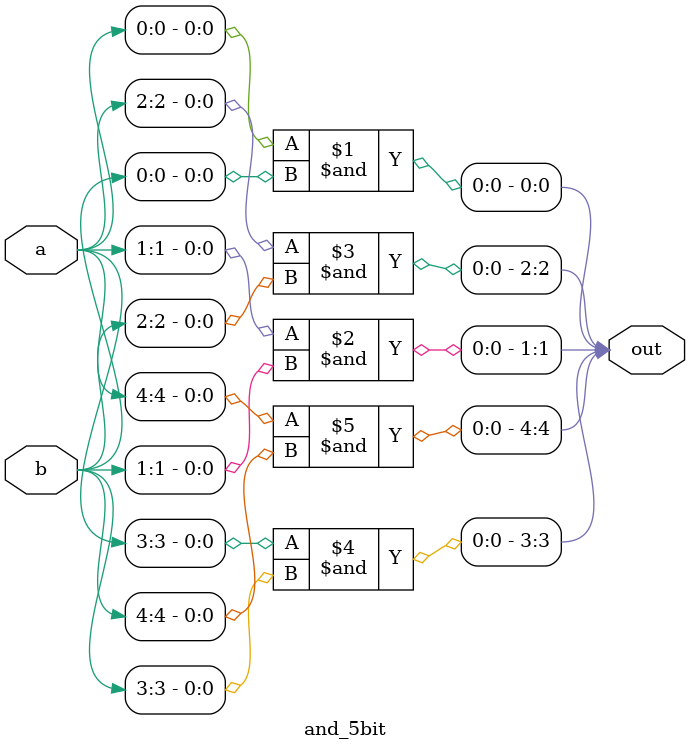
<source format=v>
module and_5bit (out, a, b);
input [4:0] a, b;
output [4:0] out;

assign out[0] = a[0] & b[0];
assign out[1] = a[1] & b[1];
assign out[2] = a[2] & b[2];		// inputların her biti and lendi
assign out[3] = a[3] & b[3];
assign out[4] = a[4] & b[4];

endmodule
</source>
